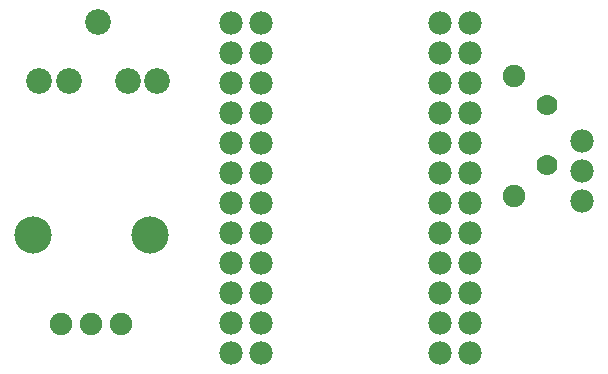
<source format=gtl>
G04 MADE WITH FRITZING*
G04 WWW.FRITZING.ORG*
G04 DOUBLE SIDED*
G04 HOLES PLATED*
G04 CONTOUR ON CENTER OF CONTOUR VECTOR*
%ASAXBY*%
%FSLAX23Y23*%
%MOIN*%
%OFA0B0*%
%SFA1.0B1.0*%
%ADD10C,0.086000*%
%ADD11C,0.070000*%
%ADD12C,0.075000*%
%ADD13C,0.124033*%
%ADD14C,0.074667*%
%ADD15C,0.074695*%
%ADD16C,0.078000*%
%LNCOPPER1*%
G90*
G70*
G54D10*
X415Y1214D03*
X514Y1017D03*
X612Y1017D03*
X317Y1017D03*
X218Y1017D03*
X415Y1214D03*
X514Y1017D03*
X612Y1017D03*
X317Y1017D03*
X218Y1017D03*
G54D11*
X1910Y936D03*
X1910Y736D03*
G54D12*
X1802Y1033D03*
X1802Y633D03*
G54D13*
X586Y502D03*
X198Y502D03*
G54D14*
X292Y206D03*
X392Y206D03*
G54D15*
X492Y206D03*
G54D16*
X2029Y818D03*
X2029Y718D03*
X2029Y618D03*
X1655Y111D03*
X1655Y211D03*
X1655Y311D03*
X1655Y411D03*
X1655Y511D03*
X1655Y611D03*
X1655Y711D03*
X1655Y811D03*
X1655Y911D03*
X1655Y1011D03*
X1655Y1111D03*
X1655Y1211D03*
X1655Y111D03*
X1655Y211D03*
X1655Y311D03*
X1655Y411D03*
X1655Y511D03*
X1655Y611D03*
X1655Y711D03*
X1655Y811D03*
X1655Y911D03*
X1655Y1011D03*
X1655Y1111D03*
X1655Y1211D03*
X1555Y1211D03*
X1555Y1111D03*
X1555Y1011D03*
X1555Y911D03*
X1555Y811D03*
X1555Y711D03*
X1555Y611D03*
X1555Y511D03*
X1555Y411D03*
X1555Y311D03*
X1555Y211D03*
X1555Y111D03*
X956Y109D03*
X956Y209D03*
X956Y309D03*
X956Y409D03*
X956Y509D03*
X956Y609D03*
X956Y709D03*
X956Y809D03*
X956Y909D03*
X956Y1009D03*
X956Y1109D03*
X956Y1209D03*
X956Y109D03*
X956Y209D03*
X956Y309D03*
X956Y409D03*
X956Y509D03*
X956Y609D03*
X956Y709D03*
X956Y809D03*
X956Y909D03*
X956Y1009D03*
X956Y1109D03*
X956Y1209D03*
X856Y1209D03*
X856Y1109D03*
X856Y1009D03*
X856Y909D03*
X856Y809D03*
X856Y709D03*
X856Y609D03*
X856Y509D03*
X856Y409D03*
X856Y309D03*
X856Y209D03*
X856Y109D03*
G04 End of Copper1*
M02*
</source>
